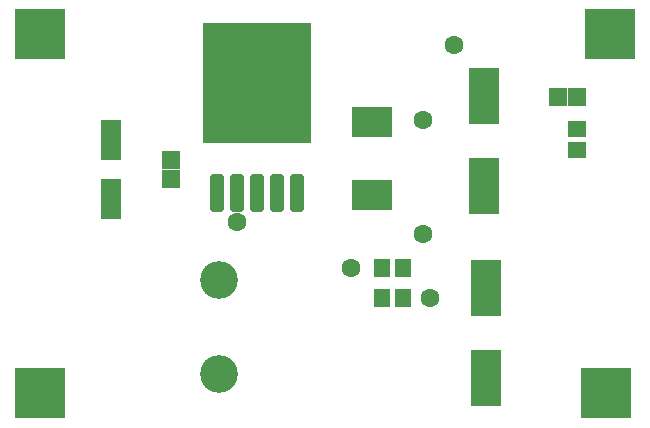
<source format=gts>
G04*
G04 #@! TF.GenerationSoftware,Altium Limited,Altium Designer,21.3.2 (30)*
G04*
G04 Layer_Color=8388736*
%FSLAX25Y25*%
%MOIN*%
G70*
G04*
G04 #@! TF.SameCoordinates,C5881F53-B4D9-470E-9162-C71BBDC8BDA1*
G04*
G04*
G04 #@! TF.FilePolarity,Negative*
G04*
G01*
G75*
%ADD21R,0.05328X0.06115*%
%ADD22R,0.06115X0.05328*%
%ADD23R,0.05918X0.06312*%
%ADD24R,0.13202X0.10446*%
%ADD25R,0.36233X0.40170*%
G04:AMPARAMS|DCode=26|XSize=48mil|YSize=128.08mil|CornerRadius=14mil|HoleSize=0mil|Usage=FLASHONLY|Rotation=0.000|XOffset=0mil|YOffset=0mil|HoleType=Round|Shape=RoundedRectangle|*
%AMROUNDEDRECTD26*
21,1,0.04800,0.10008,0,0,0.0*
21,1,0.02000,0.12808,0,0,0.0*
1,1,0.02800,0.01000,-0.05004*
1,1,0.02800,-0.01000,-0.05004*
1,1,0.02800,-0.01000,0.05004*
1,1,0.02800,0.01000,0.05004*
%
%ADD26ROUNDEDRECTD26*%
%ADD27R,0.09855X0.18713*%
%ADD28R,0.06312X0.05918*%
%ADD29R,0.07099X0.13398*%
%ADD30C,0.12611*%
%ADD31R,0.16548X0.16548*%
%ADD32C,0.06312*%
D21*
X306945Y298000D02*
D03*
X300055D02*
D03*
Y308000D02*
D03*
X306945D02*
D03*
D22*
X365000Y354390D02*
D03*
Y347500D02*
D03*
D23*
X358701Y365000D02*
D03*
X365000D02*
D03*
D24*
X296500Y356909D02*
D03*
Y332500D02*
D03*
D25*
X258185Y369910D02*
D03*
D26*
X244898Y333000D02*
D03*
X251598D02*
D03*
X265000D02*
D03*
X271701D02*
D03*
X258299D02*
D03*
D27*
X334500Y271539D02*
D03*
Y301461D02*
D03*
X334000Y365461D02*
D03*
Y335539D02*
D03*
D28*
X229500Y344150D02*
D03*
Y337850D02*
D03*
D29*
X209500Y350842D02*
D03*
Y331157D02*
D03*
D30*
X245500Y304248D02*
D03*
Y272752D02*
D03*
D31*
X186000Y266500D02*
D03*
X374500D02*
D03*
X376000Y386000D02*
D03*
X186000D02*
D03*
D32*
X289500Y308000D02*
D03*
X251500Y323500D02*
D03*
X324000Y382500D02*
D03*
X316000Y298000D02*
D03*
X313500Y319500D02*
D03*
Y357500D02*
D03*
M02*

</source>
